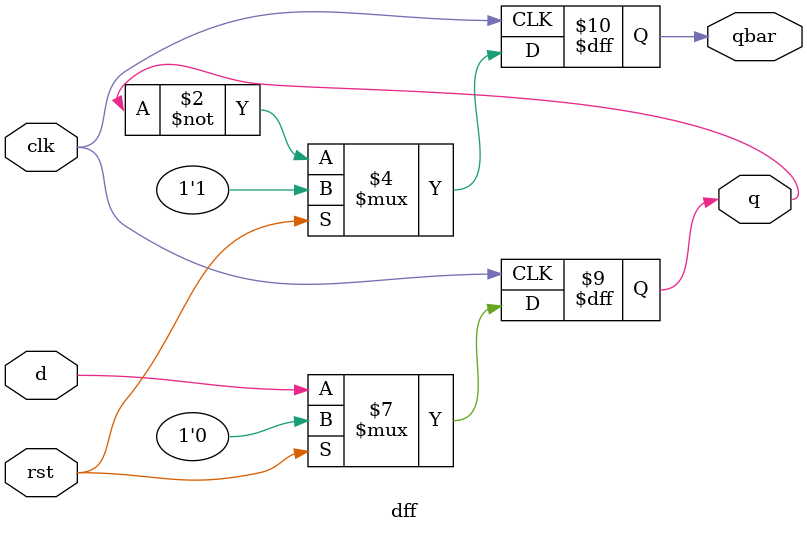
<source format=v>
module bsr(input ri,li,
		    input clk,rst,rl_mode,
			output [3:0]q,qbar
		   );

	   wire rl_mode_not;
	   wire [7:0]a;
	   wire [3:0]g;

	   not(rl_mode_not,rl_mode);

	   and(a[0],rl_mode,li);
	   and(a[1],rl_mode_not,q[1]);
	   or(g[0],a[0],a[1]);
	   dff d0(g[0],clk,rst,q[0],qbar[0]);

	   and(a[2],rl_mode,q[0]);
	   and(a[3],rl_mode_not,q[2]);
	   or(g[1],a[2],a[3]);
	   dff d1(g[1],clk,rst,q[1],qbar[1]);

	   and(a[4],rl_mode,q[1]);
	   and(a[5],rl_mode_not,q[3]);
	   or(g[2],a[4],a[5]);
	   dff d2(g[2],clk,rst,q[2],qbar[2]);

	   and(a[6],rl_mode,q[2]);
	   and(a[7],rl_mode_not,ri);
	   or(g[3],a[6],a[7]);
	   dff d3(g[3],clk,rst,q[3],qbar[3]);

endmodule

// submodule for D flipflop

module dff(input d,clk,rst,
		   output reg q,qbar
		  );

	   always @(posedge clk) begin

	   		if(rst) begin
				q<=1'b0;
				qbar<=1'b1;
			end
			else begin
			q<=d;
			qbar<=~q;
			end
	   end

endmodule

// output :
/*
 TIME : 10000 ri : 0 li : 1 clk =0 rst : 0 rl_mode : 0 q : 0000 qbar : 1111
# TIME : 15000 ri : 0 li : 1 clk =1 rst : 0 rl_mode : 0 q : 0000 qbar : 1111
# TIME : 20000 ri : 1 li : 1 clk =0 rst : 0 rl_mode : 0 q : 0000 qbar : 1111
# TIME : 25000 ri : 1 li : 1 clk =1 rst : 0 rl_mode : 0 q : 1000 qbar : 1111
# TIME : 30000 ri : 1 li : 1 clk =0 rst : 0 rl_mode : 0 q : 1000 qbar : 1111
# TIME : 35000 ri : 1 li : 1 clk =1 rst : 0 rl_mode : 0 q : 1100 qbar : 0111
# TIME : 40000 ri : 1 li : 0 clk =0 rst : 0 rl_mode : 0 q : 1100 qbar : 0111
# TIME : 45000 ri : 1 li : 0 clk =1 rst : 0 rl_mode : 0 q : 1110 qbar : 0011
# TIME : 50000 ri : 1 li : 1 clk =0 rst : 0 rl_mode : 0 q : 1110 qbar : 0011
# TIME : 55000 ri : 1 li : 1 clk =1 rst : 0 rl_mode : 0 q : 1111 qbar : 0001
# TIME : 60000 ri : 0 li : 1 clk =0 rst : 0 rl_mode : 0 q : 1111 qbar : 0001
# TIME : 65000 ri : 0 li : 1 clk =1 rst : 0 rl_mode : 0 q : 0111 qbar : 0000
# TIME : 70000 ri : 1 li : 0 clk =0 rst : 0 rl_mode : 0 q : 0111 qbar : 0000
# TIME : 75000 ri : 1 li : 0 clk =1 rst : 0 rl_mode : 0 q : 1011 qbar : 1000
# TIME : 80000 ri : 1 li : 0 clk =0 rst : 0 rl_mode : 0 q : 1011 qbar : 1000
# TIME : 85000 ri : 1 li : 0 clk =1 rst : 0 rl_mode : 0 q : 1101 qbar : 0100
# TIME : 90000 ri : 1 li : 0 clk =0 rst : 0 rl_mode : 0 q : 1101 qbar : 0100
# TIME : 95000 ri : 1 li : 0 clk =1 rst : 0 rl_mode : 0 q : 1110 qbar : 0010
# TIME : 100000 ri : 1 li : 1 clk =0 rst : 0 rl_mode : 0 q : 1110 qbar : 0010
# TIME : 105000 ri : 1 li : 1 clk =1 rst : 0 rl_mode : 0 q : 1111 qbar : 0001
# TIME : 110000 ri : 0 li : 1 clk =0 rst : 0 rl_mode : 0 q : 1111 qbar : 0001
# TIME : 115000 ri : 0 li : 1 clk =1 rst : 0 rl_mode : 0 q : 0111 qbar : 0000
# TIME : 120000 ri : 0 li : 0 clk =0 rst : 0 rl_mode : 0 q : 0111 qbar : 0000
# TIME : 125000 ri : 0 li : 0 clk =1 rst : 0 rl_mode : 0 q : 0011 qbar : 1000
# TIME : 130000 ri : 0 li : 1 clk =0 rst : 0 rl_mode : 0 q : 0011 qbar : 1000
# TIME : 135000 ri : 0 li : 1 clk =1 rst : 0 rl_mode : 0 q : 0001 qbar : 1100
# TIME : 140000 ri : 0 li : 1 clk =0 rst : 0 rl_mode : 0 q : 0001 qbar : 1100
# TIME : 145000 ri : 0 li : 1 clk =1 rst : 0 rl_mode : 0 q : 0000 qbar : 1110
# TIME : 150000 ri : 1 li : 1 clk =0 rst : 0 rl_mode : 0 q : 0000 qbar : 1110
# TIME : 155000 ri : 1 li : 1 clk =1 rst : 0 rl_mode : 0 q : 1000 qbar : 1111
# TIME : 160000 ri : 1 li : 0 clk =0 rst : 0 rl_mode : 0 q : 1000 qbar : 1111
# TIME : 165000 ri : 1 li : 0 clk =1 rst : 0 rl_mode : 0 q : 1100 qbar : 0111
# TIME : 170000 ri : 0 li : 0 clk =0 rst : 0 rl_mode : 0 q : 1100 qbar : 0111
# TIME : 175000 ri : 0 li : 0 clk =1 rst : 0 rl_mode : 0 q : 0110 qbar : 0011
# TIME : 180000 ri : 0 li : 1 clk =0 rst : 0 rl_mode : 0 q : 0110 qbar : 0011
# TIME : 185000 ri : 0 li : 1 clk =1 rst : 0 rl_mode : 0 q : 0011 qbar : 1001
# TIME : 190000 ri : 0 li : 1 clk =0 rst : 0 rl_mode : 0 q : 0011 qbar : 1001
# TIME : 195000 ri : 0 li : 1 clk =1 rst : 0 rl_mode : 0 q : 0001 qbar : 1100
# TIME : 200000 ri : 1 li : 1 clk =0 rst : 0 rl_mode : 0 q : 0001 qbar : 1100
# TIME : 205000 ri : 1 li : 1 clk =1 rst : 0 rl_mode : 0 q : 1000 qbar : 1110
# TIME : 210000 ri : 1 li : 1 clk =0 rst : 0 rl_mode : 0 q : 1000 qbar : 1110
# TIME : 215000 ri : 1 li : 1 clk =1 rst : 0 rl_mode : 0 q : 1100 qbar : 0111
# TIME : 220000 ri : 0 li : 0 clk =0 rst : 0 rl_mode : 0 q : 1100 qbar : 0111
# TIME : 225000 ri : 0 li : 0 clk =1 rst : 0 rl_mode : 0 q : 0110 qbar : 0011
# TIME : 230000 ri : 1 li : 1 clk =0 rst : 0 rl_mode : 0 q : 0110 qbar : 0011
# TIME : 235000 ri : 1 li : 1 clk =1 rst : 0 rl_mode : 0 q : 1011 qbar : 1001
# TIME : 240000 ri : 1 li : 0 clk =0 rst : 0 rl_mode : 0 q : 1011 qbar : 1001
# TIME : 245000 ri : 1 li : 0 clk =1 rst : 0 rl_mode : 0 q : 1101 qbar : 0100
# TIME : 250000 ri : 0 li : 0 clk =0 rst : 0 rl_mode : 1 q : 1101 qbar : 0100
# TIME : 255000 ri : 0 li : 0 clk =1 rst : 0 rl_mode : 1 q : 1010 qbar : 0010
# TIME : 260000 ri : 0 li : 0 clk =0 rst : 0 rl_mode : 1 q : 1010 qbar : 0010
# TIME : 265000 ri : 0 li : 0 clk =1 rst : 0 rl_mode : 1 q : 0100 qbar : 0101
# TIME : 270000 ri : 1 li : 0 clk =0 rst : 0 rl_mode : 1 q : 0100 qbar : 0101
# TIME : 275000 ri : 1 li : 0 clk =1 rst : 0 rl_mode : 1 q : 1000 qbar : 1011
# TIME : 280000 ri : 0 li : 1 clk =0 rst : 0 rl_mode : 1 q : 1000 qbar : 1011
# TIME : 285000 ri : 0 li : 1 clk =1 rst : 0 rl_mode : 1 q : 0001 qbar : 0111
# TIME : 290000 ri : 1 li : 0 clk =0 rst : 0 rl_mode : 1 q : 0001 qbar : 0111
# TIME : 295000 ri : 1 li : 0 clk =1 rst : 0 rl_mode : 1 q : 0010 qbar : 1110
# TIME : 300000 ri : 0 li : 0 clk =0 rst : 0 rl_mode : 1 q : 0010 qbar : 1110
# TIME : 305000 ri : 0 li : 0 clk =1 rst : 0 rl_mode : 1 q : 0100 qbar : 1101
# TIME : 310000 ri : 0 li : 0 clk =0 rst : 0 rl_mode : 1 q : 0100 qbar : 1101
# TIME : 315000 ri : 0 li : 0 clk =1 rst : 0 rl_mode : 1 q : 1000 qbar : 1011
# TIME : 320000 ri : 1 li : 1 clk =0 rst : 0 rl_mode : 1 q : 1000 qbar : 1011
# TIME : 325000 ri : 1 li : 1 clk =1 rst : 0 rl_mode : 1 q : 0001 qbar : 0111
# TIME : 330000 ri : 1 li : 1 clk =0 rst : 0 rl_mode : 1 q : 0001 qbar : 0111
# TIME : 335000 ri : 1 li : 1 clk =1 rst : 0 rl_mode : 1 q : 0011 qbar : 1110
# TIME : 340000 ri : 1 li : 0 clk =0 rst : 0 rl_mode : 1 q : 0011 qbar : 1110
# TIME : 345000 ri : 1 li : 0 clk =1 rst : 0 rl_mode : 1 q : 0110 qbar : 1100
# TIME : 350000 ri : 0 li : 1 clk =0 rst : 0 rl_mode : 1 q : 0110 qbar : 1100
# TIME : 355000 ri : 0 li : 1 clk =1 rst : 0 rl_mode : 1 q : 1101 qbar : 1001
# TIME : 360000 ri : 1 li : 1 clk =0 rst : 0 rl_mode : 1 q : 1101 qbar : 1001
# TIME : 365000 ri : 1 li : 1 clk =1 rst : 0 rl_mode : 1 q : 1011 qbar : 0010
# TIME : 370000 ri : 0 li : 0 clk =0 rst : 0 rl_mode : 1 q : 1011 qbar : 0010
# TIME : 375000 ri : 0 li : 0 clk =1 rst : 0 rl_mode : 1 q : 0110 qbar : 0100
# TIME : 380000 ri : 1 li : 1 clk =0 rst : 0 rl_mode : 1 q : 0110 qbar : 0100
# TIME : 385000 ri : 1 li : 1 clk =1 rst : 0 rl_mode : 1 q : 1101 qbar : 1001
# TIME : 390000 ri : 0 li : 1 clk =0 rst : 0 rl_mode : 1 q : 1101 qbar : 1001
# TIME : 395000 ri : 0 li : 1 clk =1 rst : 0 rl_mode : 1 q : 1011 qbar : 0010
# TIME : 400000 ri : 1 li : 0 clk =0 rst : 0 rl_mode : 1 q : 1011 qbar : 0010
# TIME : 405000 ri : 1 li : 0 clk =1 rst : 0 rl_mode : 1 q : 0110 qbar : 0100
# TIME : 410000 ri : 1 li : 1 clk =0 rst : 0 rl_mode : 1 q : 0110 qbar : 0100
# TIME : 415000 ri : 1 li : 1 clk =1 rst : 0 rl_mode : 1 q : 1101 qbar : 1001
# TIME : 420000 ri : 1 li : 0 clk =0 rst : 0 rl_mode : 1 q : 1101 qbar : 1001
# TIME : 425000 ri : 1 li : 0 clk =1 rst : 0 rl_mode : 1 q : 1010 qbar : 0010
# TIME : 430000 ri : 1 li : 1 clk =0 rst : 0 rl_mode : 1 q : 1010 qbar : 0010
# TIME : 435000 ri : 1 li : 1 clk =1 rst : 0 rl_mode : 1 q : 0101 qbar : 0101
# TIME : 440000 ri : 0 li : 0 clk =0 rst : 0 rl_mode : 1 q : 0101 qbar : 0101
# TIME : 445000 ri : 0 li : 0 clk =1 rst : 0 rl_mode : 1 q : 1010 qbar : 1010
# TIME : 450000 ri : 0 li : 0 clk =0 rst : 0 rl_mode : 1 q : 1010 qbar : 1010
# TIME : 455000 ri : 0 li : 0 clk =1 rst : 0 rl_mode : 1 q : 0100 qbar : 0101
# TIME : 460000 ri : 1 li : 1 clk =0 rst : 0 rl_mode : 1 q : 0100 qbar : 0101
# TIME : 465000 ri : 1 li : 1 clk =1 rst : 0 rl_mode : 1 q : 1001 qbar : 1011
# TIME : 470000 ri : 0 li : 0 clk =0 rst : 0 rl_mode : 1 q : 1001 qbar : 1011
# TIME : 475000 ri : 0 li : 0 clk =1 rst : 0 rl_mode : 1 q : 0010 qbar : 0110
# TIME : 480000 ri : 1 li : 1 clk =0 rst : 0 rl_mode : 1 q : 0010 qbar : 0110
# TIME : 485000 ri : 1 li : 1 clk =1 rst : 0 rl_mode : 1 q : 0101 qbar : 1101
# TIME : 490000 ri : 1 li : 1 clk =0 rst : 0 rl_mode : 1 q : 0101 qbar : 1101
# TIME : 495000 ri : 1 li : 1 clk =1 rst : 0 rl_mode : 1 q : 1011 qbar : 1010
# TIME : 500000 ri : 1 li : 0 clk =0 rst : 0 rl_mode : 1 q : 1011 qbar : 1010
# TIME : 505000 ri : 1 li : 0 clk =1 rst : 0 rl_mode : 1 q : 0110 qbar : 0100
# ** Note: $finish    : bsr_tb.v(17)
#    Time: 510 ns  Iteration: 0  Instance: /bsr_tb
# 1
# Break in Module bsr_tb at bsr_tb.v line 17
*/

</source>
